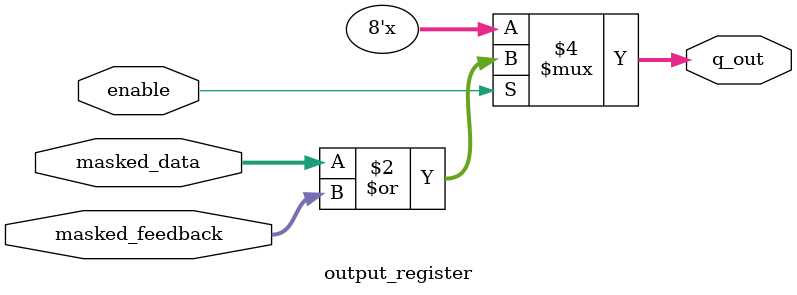
<source format=sv>
module masked_d_latch_top (
    input wire [7:0] d_in,
    input wire [7:0] mask,
    input wire enable,
    output wire [7:0] q_out
);

    // Internal signals
    wire [7:0] masked_data;
    wire [7:0] masked_feedback;
    
    // Data masking module
    data_masker data_mask_inst (
        .d_in(d_in),
        .mask(mask),
        .masked_data(masked_data)
    );
    
    // Feedback masking module  
    feedback_masker feedback_mask_inst (
        .q_out(q_out),
        .mask(mask),
        .masked_feedback(masked_feedback)
    );
    
    // Output register module
    output_register output_reg_inst (
        .masked_data(masked_data),
        .masked_feedback(masked_feedback),
        .enable(enable),
        .q_out(q_out)
    );

endmodule

// Data masking submodule
module data_masker (
    input wire [7:0] d_in,
    input wire [7:0] mask,
    output wire [7:0] masked_data
);
    assign masked_data = d_in & mask;
endmodule

// Feedback masking submodule
module feedback_masker (
    input wire [7:0] q_out,
    input wire [7:0] mask,
    output wire [7:0] masked_feedback
);
    assign masked_feedback = q_out & ~mask;
endmodule

// Output register submodule
module output_register (
    input wire [7:0] masked_data,
    input wire [7:0] masked_feedback,
    input wire enable,
    output reg [7:0] q_out
);
    always @* begin
        if (enable)
            q_out = masked_data | masked_feedback;
    end
endmodule
</source>
